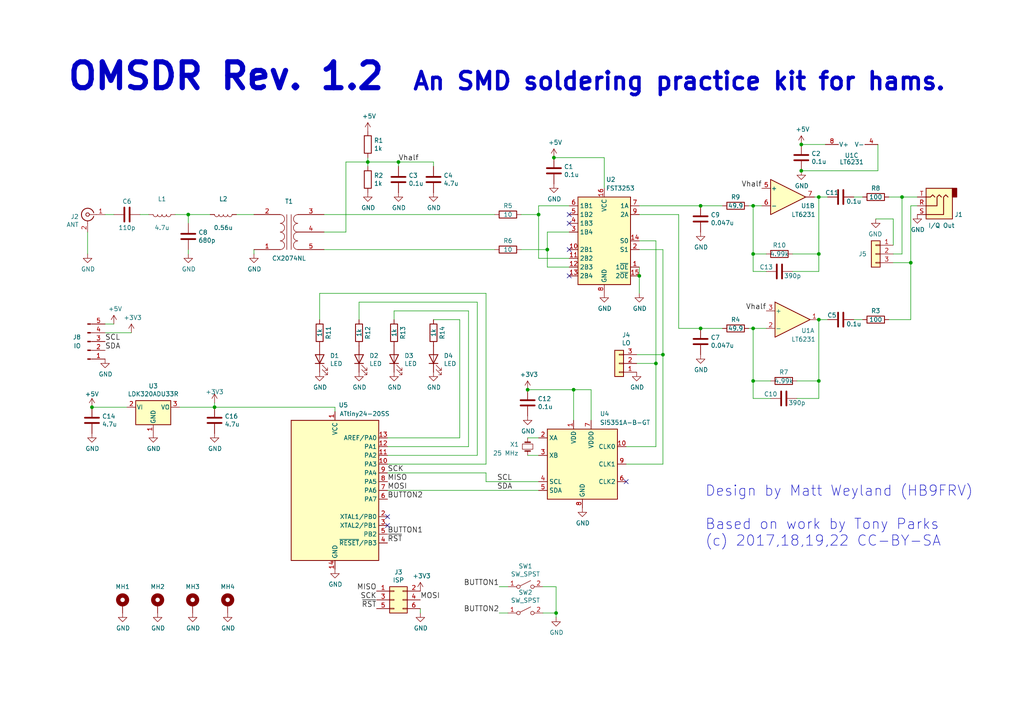
<source format=kicad_sch>
(kicad_sch (version 20211123) (generator eeschema)
  (paper "A4")
  (lib_symbols
    (symbol "Amplifier_Operational:LT6234" (pin_names (offset 0.127))
      (property "Reference" "U" (at 0 5.08 0))
      (property "Value" "LT6234" (at 0 -5.08 0))
      (symbol "LT6234_1_1"
        (polyline (pts (xy -5.08 5.08) (xy 5.08 0) (xy -5.08 -5.08) (xy -5.08 5.08)) (stroke (width 0.254)) (fill (type background)))
        (pin output line (at 7.62 0 180) (length 2.54) (name "~") (number "1"))
        (pin input line (at -7.62 -2.54 0) (length 2.54) (name "-") (number "2"))
        (pin input line (at -7.62 2.54 0) (length 2.54) (name "+") (number "3"))
      )
      (symbol "LT6234_2_1"
        (polyline (pts (xy -5.08 5.08) (xy 5.08 0) (xy -5.08 -5.08) (xy -5.08 5.08)) (stroke (width 0.254)) (fill (type background)))
        (pin input line (at -7.62 2.54 0) (length 2.54) (name "+") (number "5"))
        (pin input line (at -7.62 -2.54 0) (length 2.54) (name "-") (number "6"))
        (pin output line (at 7.62 0 180) (length 2.54) (name "~") (number "7"))
      )
      (symbol "LT6234_3_1"
        (pin power_in line (at -2.54 -7.62 90) (length 3.81) (name "V-") (number "4"))
        (pin power_in line (at -2.54 7.62 270) (length 3.81) (name "V+") (number "8"))
      )
    )
    (symbol "Analog_Switch:SN74CBT3253"
      (property "Reference" "U" (at -7.62 13.97 0))
      (property "Value" "SN74CBT3253" (at -11.43 -13.97 0))
      (symbol "SN74CBT3253_0_1"
        (rectangle (start -7.62 12.7) (end 7.62 -12.7) (stroke (width 0.254)) (fill (type background)))
        (rectangle (start 7.62 -12.7) (end 7.62 -12.7))
      )
      (symbol "SN74CBT3253_1_1"
        (pin input line (at -10.16 -7.62 0) (length 2.54) (name "1~{OE}") (number "1"))
        (pin bidirectional line (at 10.16 -2.54 180) (length 2.54) (name "2B1") (number "10"))
        (pin bidirectional line (at 10.16 -5.08 180) (length 2.54) (name "2B2") (number "11"))
        (pin bidirectional line (at 10.16 -7.62 180) (length 2.54) (name "2B3") (number "12"))
        (pin bidirectional line (at 10.16 -10.16 180) (length 2.54) (name "2B4") (number "13"))
        (pin input line (at -10.16 0 0) (length 2.54) (name "S0") (number "14"))
        (pin input line (at -10.16 -10.16 0) (length 2.54) (name "2~{OE}") (number "15"))
        (pin power_in line (at 0 15.24 270) (length 2.54) (name "VCC") (number "16"))
        (pin input line (at -10.16 -2.54 0) (length 2.54) (name "S1") (number "2"))
        (pin bidirectional line (at 10.16 2.54 180) (length 2.54) (name "1B4") (number "3"))
        (pin bidirectional line (at 10.16 5.08 180) (length 2.54) (name "1B3") (number "4"))
        (pin bidirectional line (at 10.16 7.62 180) (length 2.54) (name "1B2") (number "5"))
        (pin bidirectional line (at 10.16 10.16 180) (length 2.54) (name "1B1") (number "6"))
        (pin bidirectional line (at -10.16 10.16 0) (length 2.54) (name "1A") (number "7"))
        (pin power_in line (at 0 -15.24 90) (length 2.54) (name "GND") (number "8"))
        (pin bidirectional line (at -10.16 7.62 0) (length 2.54) (name "2A") (number "9"))
      )
    )
    (symbol "Connector:AudioJack3"
      (property "Reference" "J" (at 0 8.89 0))
      (property "Value" "AudioJack3" (at 0 6.35 0))
      (symbol "AudioJack3_0_1"
        (rectangle (start -5.08 -5.08) (end -6.35 -2.54) (stroke (width 0.254)) (fill (type outline)))
        (polyline (pts (xy 0 -2.54) (xy 0.635 -3.175) (xy 1.27 -2.54) (xy 2.54 -2.54)) (stroke (width 0.254)))
        (polyline (pts (xy -1.905 -2.54) (xy -1.27 -3.175) (xy -0.635 -2.54) (xy -0.635 0) (xy 2.54 0)) (stroke (width 0.254)))
        (polyline (pts (xy 2.54 2.54) (xy -2.54 2.54) (xy -2.54 -2.54) (xy -3.175 -3.175) (xy -3.81 -2.54)) (stroke (width 0.254)))
        (rectangle (start 2.54 3.81) (end -5.08 -5.08) (stroke (width 0.254)) (fill (type background)))
      )
      (symbol "AudioJack3_1_1"
        (pin passive line (at 5.08 0 180) (length 2.54) (name "~") (number "R"))
        (pin passive line (at 5.08 2.54 180) (length 2.54) (name "~") (number "S"))
        (pin passive line (at 5.08 -2.54 180) (length 2.54) (name "~") (number "T"))
      )
    )
    (symbol "Connector:Conn_01x05_Male" (pin_names (offset 1.016) hide)
      (property "Reference" "J" (at 0 7.62 0))
      (property "Value" "Conn_01x05_Male" (at 0 -7.62 0))
      (symbol "Conn_01x05_Male_1_1"
        (polyline (pts (xy 1.27 -5.08) (xy 0.8636 -5.08)) (stroke (width 0.1524)))
        (polyline (pts (xy 1.27 -2.54) (xy 0.8636 -2.54)) (stroke (width 0.1524)))
        (polyline (pts (xy 1.27 0) (xy 0.8636 0)) (stroke (width 0.1524)))
        (polyline (pts (xy 1.27 2.54) (xy 0.8636 2.54)) (stroke (width 0.1524)))
        (polyline (pts (xy 1.27 5.08) (xy 0.8636 5.08)) (stroke (width 0.1524)))
        (rectangle (start 0.8636 -4.953) (end 0 -5.207) (stroke (width 0.1524)) (fill (type outline)))
        (rectangle (start 0.8636 -2.413) (end 0 -2.667) (stroke (width 0.1524)) (fill (type outline)))
        (rectangle (start 0.8636 0.127) (end 0 -0.127) (stroke (width 0.1524)) (fill (type outline)))
        (rectangle (start 0.8636 2.667) (end 0 2.413) (stroke (width 0.1524)) (fill (type outline)))
        (rectangle (start 0.8636 5.207) (end 0 4.953) (stroke (width 0.1524)) (fill (type outline)))
        (pin passive line (at 5.08 5.08 180) (length 3.81) (name "Pin_1") (number "1"))
        (pin passive line (at 5.08 2.54 180) (length 3.81) (name "Pin_2") (number "2"))
        (pin passive line (at 5.08 0 180) (length 3.81) (name "Pin_3") (number "3"))
        (pin passive line (at 5.08 -2.54 180) (length 3.81) (name "Pin_4") (number "4"))
        (pin passive line (at 5.08 -5.08 180) (length 3.81) (name "Pin_5") (number "5"))
      )
    )
    (symbol "Connector:Conn_Coaxial" (pin_names (offset 1.016) hide)
      (property "Reference" "J" (at 0.254 3.048 0))
      (property "Value" "Conn_Coaxial" (at 2.921 0 90))
      (symbol "Conn_Coaxial_0_1"
        (arc (start -1.778 -0.508) (mid 0.222 -1.808) (end 1.778 0) (stroke (width 0.254)))
        (polyline (pts (xy -2.54 0) (xy -0.508 0)))
        (polyline (pts (xy 0 -2.54) (xy 0 -1.778)))
        (circle (center 0 0) (radius 0.508) (stroke (width 0.2032)))
        (arc (start 1.778 0) (mid 0.222 1.8083) (end -1.778 0.508) (stroke (width 0.254)))
      )
      (symbol "Conn_Coaxial_1_1"
        (pin passive line (at -5.08 0 0) (length 2.54) (name "In") (number "1"))
        (pin passive line (at 0 -5.08 90) (length 2.54) (name "Ext") (number "2"))
      )
    )
    (symbol "Connector_Generic:Conn_01x03" (pin_names (offset 1.016) hide)
      (property "Reference" "J" (at 0 5.08 0))
      (property "Value" "Conn_01x03" (at 0 -5.08 0))
      (symbol "Conn_01x03_1_1"
        (rectangle (start -1.27 -2.413) (end 0 -2.667) (stroke (width 0.1524)))
        (rectangle (start -1.27 0.127) (end 0 -0.127) (stroke (width 0.1524)))
        (rectangle (start -1.27 2.667) (end 0 2.413) (stroke (width 0.1524)))
        (rectangle (start -1.27 3.81) (end 1.27 -3.81) (stroke (width 0.254)) (fill (type background)))
        (pin passive line (at -5.08 2.54 0) (length 3.81) (name "Pin_1") (number "1"))
        (pin passive line (at -5.08 0 0) (length 3.81) (name "Pin_2") (number "2"))
        (pin passive line (at -5.08 -2.54 0) (length 3.81) (name "Pin_3") (number "3"))
      )
    )
    (symbol "Connector_Generic:Conn_02x03_Odd_Even" (pin_names (offset 1.016) hide)
      (property "Reference" "J" (at 1.27 5.08 0))
      (property "Value" "Conn_02x03_Odd_Even" (at 1.27 -5.08 0))
      (symbol "Conn_02x03_Odd_Even_1_1"
        (rectangle (start -1.27 -2.413) (end 0 -2.667) (stroke (width 0.1524)))
        (rectangle (start -1.27 0.127) (end 0 -0.127) (stroke (width 0.1524)))
        (rectangle (start -1.27 2.667) (end 0 2.413) (stroke (width 0.1524)))
        (rectangle (start -1.27 3.81) (end 3.81 -3.81) (stroke (width 0.254)) (fill (type background)))
        (rectangle (start 3.81 -2.413) (end 2.54 -2.667) (stroke (width 0.1524)))
        (rectangle (start 3.81 0.127) (end 2.54 -0.127) (stroke (width 0.1524)))
        (rectangle (start 3.81 2.667) (end 2.54 2.413) (stroke (width 0.1524)))
        (pin passive line (at -5.08 2.54 0) (length 3.81) (name "Pin_1") (number "1"))
        (pin passive line (at 7.62 2.54 180) (length 3.81) (name "Pin_2") (number "2"))
        (pin passive line (at -5.08 0 0) (length 3.81) (name "Pin_3") (number "3"))
        (pin passive line (at 7.62 0 180) (length 3.81) (name "Pin_4") (number "4"))
        (pin passive line (at -5.08 -2.54 0) (length 3.81) (name "Pin_5") (number "5"))
        (pin passive line (at 7.62 -2.54 180) (length 3.81) (name "Pin_6") (number "6"))
      )
    )
    (symbol "Device:C" (pin_numbers hide) (pin_names (offset 0.254))
      (property "Reference" "C" (at 0.635 2.54 0))
      (property "Value" "C" (at 0.635 -2.54 0))
      (symbol "C_0_1"
        (polyline (pts (xy -2.032 -0.762) (xy 2.032 -0.762)) (stroke (width 0.508)))
        (polyline (pts (xy -2.032 0.762) (xy 2.032 0.762)) (stroke (width 0.508)))
      )
      (symbol "C_1_1"
        (pin passive line (at 0 3.81 270) (length 2.794) (name "~") (number "1"))
        (pin passive line (at 0 -3.81 90) (length 2.794) (name "~") (number "2"))
      )
    )
    (symbol "Device:Crystal_Small" (pin_numbers hide) (pin_names (offset 1.016) hide)
      (property "Reference" "Y" (at 0 2.54 0))
      (property "Value" "Crystal_Small" (at 0 -2.54 0))
      (symbol "Crystal_Small_0_1"
        (rectangle (start -0.762 -1.524) (end 0.762 1.524))
        (polyline (pts (xy -1.27 -0.762) (xy -1.27 0.762)) (stroke (width 0.381)))
        (polyline (pts (xy 1.27 -0.762) (xy 1.27 0.762)) (stroke (width 0.381)))
      )
      (symbol "Crystal_Small_1_1"
        (pin passive line (at -2.54 0 0) (length 1.27) (name "1") (number "1"))
        (pin passive line (at 2.54 0 180) (length 1.27) (name "2") (number "2"))
      )
    )
    (symbol "Device:L" (pin_numbers hide) (pin_names (offset 1.016) hide)
      (property "Reference" "L" (at -1.27 0 90))
      (property "Value" "L" (at 1.905 0 90))
      (symbol "L_0_1"
        (arc (start 0 -2.54) (mid 0.635 -1.905) (end 0 -1.27))
        (arc (start 0 -1.27) (mid 0.635 -0.635) (end 0 0))
        (arc (start 0 0) (mid 0.635 0.635) (end 0 1.27))
        (arc (start 0 1.27) (mid 0.635 1.905) (end 0 2.54))
      )
      (symbol "L_1_1"
        (pin passive line (at 0 3.81 270) (length 1.27) (name "1") (number "1"))
        (pin passive line (at 0 -3.81 90) (length 1.27) (name "2") (number "2"))
      )
    )
    (symbol "Device:LED" (pin_numbers hide) (pin_names (offset 1.016) hide)
      (property "Reference" "D" (at 0 2.54 0))
      (property "Value" "LED" (at 0 -2.54 0))
      (symbol "LED_0_1"
        (polyline (pts (xy -1.27 -1.27) (xy -1.27 1.27)) (stroke (width 0.254)))
        (polyline (pts (xy -1.27 0) (xy 1.27 0)))
        (polyline (pts (xy 1.27 -1.27) (xy 1.27 1.27) (xy -1.27 0) (xy 1.27 -1.27)) (stroke (width 0.254)))
        (polyline (pts (xy -3.048 -0.762) (xy -4.572 -2.286) (xy -3.81 -2.286) (xy -4.572 -2.286) (xy -4.572 -1.524)))
        (polyline (pts (xy -1.778 -0.762) (xy -3.302 -2.286) (xy -2.54 -2.286) (xy -3.302 -2.286) (xy -3.302 -1.524)))
      )
      (symbol "LED_1_1"
        (pin passive line (at -3.81 0 0) (length 2.54) (name "K") (number "1"))
        (pin passive line (at 3.81 0 180) (length 2.54) (name "A") (number "2"))
      )
    )
    (symbol "Device:R" (pin_numbers hide) (pin_names (offset 0))
      (property "Reference" "R" (at 2.032 0 90))
      (property "Value" "R" (at 0 0 90))
      (symbol "R_0_1"
        (rectangle (start -1.016 -2.54) (end 1.016 2.54) (stroke (width 0.254)))
      )
      (symbol "R_1_1"
        (pin passive line (at 0 3.81 270) (length 1.27) (name "~") (number "1"))
        (pin passive line (at 0 -3.81 90) (length 1.27) (name "~") (number "2"))
      )
    )
    (symbol "Device:Transformer_1P_SS" (pin_names (offset 1.016) hide)
      (property "Reference" "T" (at 0 6.35 0))
      (property "Value" "Transformer_1P_SS" (at 0 -7.62 0))
      (symbol "Transformer_1P_SS_0_1"
        (arc (start -2.54 -5.0546) (mid -1.6561 -4.6863) (end -1.27 -3.81))
        (arc (start -2.54 -2.5146) (mid -1.6561 -2.1463) (end -1.27 -1.27))
        (arc (start -2.54 0.0254) (mid -1.6561 0.3937) (end -1.27 1.27))
        (arc (start -2.54 2.5654) (mid -1.6561 2.9337) (end -1.27 3.81))
        (arc (start -1.27 -3.81) (mid -1.642 -2.912) (end -2.54 -2.54))
        (arc (start -1.27 -1.27) (mid -1.642 -0.372) (end -2.54 0))
        (arc (start -1.27 1.27) (mid -1.642 2.168) (end -2.54 2.54))
        (arc (start -1.27 3.81) (mid -1.642 4.708) (end -2.54 5.08))
        (polyline (pts (xy -0.635 5.08) (xy -0.635 -5.08)))
        (polyline (pts (xy 0.635 -5.08) (xy 0.635 5.08)))
        (arc (start 1.2954 -1.27) (mid 1.6599 -2.1501) (end 2.54 -2.5146))
        (arc (start 1.2954 1.27) (mid 1.6599 0.3899) (end 2.54 0.0254))
        (arc (start 1.2954 3.81) (mid 1.6599 2.9299) (end 2.54 2.5654))
        (arc (start 1.3208 -3.81) (mid 1.6853 -4.6901) (end 2.5654 -5.0546))
        (arc (start 2.54 0) (mid 1.6456 -0.3683) (end 1.2954 -1.27))
        (arc (start 2.54 2.54) (mid 1.6456 2.1717) (end 1.2954 1.27))
        (arc (start 2.54 5.08) (mid 1.6456 4.7117) (end 1.2954 3.81))
        (arc (start 2.5654 -2.54) (mid 1.671 -2.9083) (end 1.3208 -3.81))
      )
      (symbol "Transformer_1P_SS_1_1"
        (pin passive line (at -10.16 5.08 0) (length 7.62) (name "AA") (number "1"))
        (pin passive line (at -10.16 -5.08 0) (length 7.62) (name "AB") (number "2"))
        (pin passive line (at 10.16 -5.08 180) (length 7.62) (name "SA") (number "3"))
        (pin passive line (at 10.16 0 180) (length 7.62) (name "SC") (number "4"))
        (pin passive line (at 10.16 5.08 180) (length 7.62) (name "SB") (number "5"))
      )
    )
    (symbol "MCU_Microchip_ATtiny:ATtiny24-20SS"
      (property "Reference" "U" (at -12.7 21.59 0))
      (property "Value" "ATtiny24-20SS" (at 2.54 -21.59 0))
      (symbol "ATtiny24-20SS_0_1"
        (rectangle (start -12.7 -20.32) (end 12.7 20.32) (stroke (width 0.254)) (fill (type background)))
      )
      (symbol "ATtiny24-20SS_1_1"
        (pin power_in line (at 0 22.86 270) (length 2.54) (name "VCC") (number "1"))
        (pin bidirectional line (at 15.24 7.62 180) (length 2.54) (name "PA3") (number "10"))
        (pin bidirectional line (at 15.24 10.16 180) (length 2.54) (name "PA2") (number "11"))
        (pin bidirectional line (at 15.24 12.7 180) (length 2.54) (name "PA1") (number "12"))
        (pin bidirectional line (at 15.24 15.24 180) (length 2.54) (name "AREF/PA0") (number "13"))
        (pin power_in line (at 0 -22.86 90) (length 2.54) (name "GND") (number "14"))
        (pin bidirectional line (at 15.24 -7.62 180) (length 2.54) (name "XTAL1/PB0") (number "2"))
        (pin bidirectional line (at 15.24 -10.16 180) (length 2.54) (name "XTAL2/PB1") (number "3"))
        (pin bidirectional line (at 15.24 -15.24 180) (length 2.54) (name "~{RESET}/PB3") (number "4"))
        (pin bidirectional line (at 15.24 -12.7 180) (length 2.54) (name "PB2") (number "5"))
        (pin bidirectional line (at 15.24 -2.54 180) (length 2.54) (name "PA7") (number "6"))
        (pin bidirectional line (at 15.24 0 180) (length 2.54) (name "PA6") (number "7"))
        (pin bidirectional line (at 15.24 2.54 180) (length 2.54) (name "PA5") (number "8"))
        (pin bidirectional line (at 15.24 5.08 180) (length 2.54) (name "PA4") (number "9"))
      )
    )
    (symbol "Mechanical:MountingHole_Pad" (pin_numbers hide) (pin_names (offset 1.016) hide)
      (property "Reference" "H" (at 0 6.35 0))
      (property "Value" "MountingHole_Pad" (at 0 4.445 0))
      (symbol "MountingHole_Pad_0_1"
        (circle (center 0 1.27) (radius 1.27) (stroke (width 1.27)))
      )
      (symbol "MountingHole_Pad_1_1"
        (pin input line (at 0 -2.54 90) (length 2.54) (name "1") (number "1"))
      )
    )
    (symbol "Oscillator:Si5351A-B-GT"
      (property "Reference" "U" (at -8.89 11.43 0))
      (property "Value" "Si5351A-B-GT" (at -12.7 -12.7 0))
      (symbol "Si5351A-B-GT_0_1"
        (rectangle (start -10.16 10.16) (end 10.16 -10.16) (stroke (width 0.254)) (fill (type background)))
      )
      (symbol "Si5351A-B-GT_1_1"
        (pin power_in line (at -2.54 12.7 270) (length 2.54) (name "VDD") (number "1"))
        (pin output line (at 12.7 5.08 180) (length 2.54) (name "CLK0") (number "10"))
        (pin input line (at -12.7 7.62 0) (length 2.54) (name "XA") (number "2"))
        (pin input line (at -12.7 2.54 0) (length 2.54) (name "XB") (number "3"))
        (pin input line (at -12.7 -5.08 0) (length 2.54) (name "SCL") (number "4"))
        (pin bidirectional line (at -12.7 -7.62 0) (length 2.54) (name "SDA") (number "5"))
        (pin output line (at 12.7 -5.08 180) (length 2.54) (name "CLK2") (number "6"))
        (pin power_in line (at 2.54 12.7 270) (length 2.54) (name "VDDO") (number "7"))
        (pin power_in line (at 0 -12.7 90) (length 2.54) (name "GND") (number "8"))
        (pin output line (at 12.7 0 180) (length 2.54) (name "CLK1") (number "9"))
      )
    )
    (symbol "Regulator_Linear:MCP1703A-3302_SOT89" (pin_names (offset 0.254))
      (property "Reference" "U" (at -3.81 3.175 0))
      (property "Value" "MCP1703A-3302_SOT89" (at 0 3.175 0))
      (symbol "MCP1703A-3302_SOT89_0_1"
        (rectangle (start -5.08 -5.08) (end 5.08 1.905) (stroke (width 0.254)) (fill (type background)))
      )
      (symbol "MCP1703A-3302_SOT89_1_1"
        (pin power_in line (at 0 -7.62 90) (length 2.54) (name "GND") (number "1"))
        (pin power_in line (at -7.62 0 0) (length 2.54) (name "VI") (number "2"))
        (pin power_out line (at 7.62 0 180) (length 2.54) (name "VO") (number "3"))
      )
    )
    (symbol "Switch:SW_SPST" (pin_names (offset 0) hide)
      (property "Reference" "SW" (at 0 3.175 0))
      (property "Value" "SW_SPST" (at 0 -2.54 0))
      (symbol "SW_SPST_0_0"
        (circle (center -2.032 0) (radius 0.508))
        (polyline (pts (xy -1.524 0.254) (xy 1.524 1.778)))
        (circle (center 2.032 0) (radius 0.508))
      )
      (symbol "SW_SPST_1_1"
        (pin passive line (at -5.08 0 0) (length 2.54) (name "A") (number "1"))
        (pin passive line (at 5.08 0 180) (length 2.54) (name "B") (number "2"))
      )
    )
    (symbol "power:+3V3" (power) (pin_names (offset 0))
      (property "Value" "+3V3" (at 0 3.556 0))
      (symbol "+3V3_0_1"
        (polyline (pts (xy -0.762 1.27) (xy 0 2.54)))
        (polyline (pts (xy 0 0) (xy 0 2.54)))
        (polyline (pts (xy 0 2.54) (xy 0.762 1.27)))
      )
      (symbol "+3V3_1_1"
        (pin power_in line (at 0 0 90) (length 0) hide (name "+3V3") (number "1"))
      )
    )
    (symbol "power:+5V" (power) (pin_names (offset 0))
      (property "Value" "+5V" (at 0 3.556 0))
      (symbol "+5V_0_1"
        (polyline (pts (xy -0.762 1.27) (xy 0 2.54)))
        (polyline (pts (xy 0 0) (xy 0 2.54)))
        (polyline (pts (xy 0 2.54) (xy 0.762 1.27)))
      )
      (symbol "+5V_1_1"
        (pin power_in line (at 0 0 90) (length 0) hide (name "+5V") (number "1"))
      )
    )
    (symbol "power:GND" (power) (pin_names (offset 0))
      (property "Value" "GND" (at 0 -3.81 0))
      (symbol "GND_0_1"
        (polyline (pts (xy 0 0) (xy 0 -1.27) (xy 1.27 -1.27) (xy 0 -2.54) (xy -1.27 -1.27) (xy 0 -1.27)))
      )
      (symbol "GND_1_1"
        (pin power_in line (at 0 0 270) (length 0) hide (name "GND") (number "1"))
      )
    )
  )
  (junction (at 232.41 49.53))
  (junction (at 232.41 41.91))
  (junction (at 190.246 105.41))
  (junction (at 166.37 113.03))
  (junction (at 156.21 62.23))
  (junction (at 26.67 118.11))
  (junction (at 218.44 95.25))
  (junction (at 218.44 110.49))
  (junction (at 237.49 57.15))
  (junction (at 54.61 62.23))
  (junction (at 161.29 177.8))
  (junction (at 115.57 46.99))
  (junction (at 203.2 59.69))
  (junction (at 261.62 57.15))
  (junction (at 218.44 73.66))
  (junction (at 192.278 102.87))
  (junction (at 237.49 73.66))
  (junction (at 218.44 59.69))
  (junction (at 185.42 80.01))
  (junction (at 160.655 45.72))
  (junction (at 237.49 110.49))
  (junction (at 106.68 46.99))
  (junction (at 153.035 113.03))
  (junction (at 237.49 92.71))
  (junction (at 158.75 72.39))
  (junction (at 62.23 118.11))
  (junction (at 264.16 76.2))
  (junction (at 203.2 95.25))
  (no_connect (at 165.1 64.77))
  (no_connect (at 112.395 149.86))
  (no_connect (at 165.1 62.23))
  (no_connect (at 165.1 72.39))
  (no_connect (at 181.61 139.7))
  (no_connect (at 112.395 152.4))
  (no_connect (at 165.1 80.01))
  (wire (pts (xy 261.62 57.15) (xy 266.065 57.15)))
  (wire (pts (xy 203.2 95.25) (xy 209.55 95.25)))
  (wire (pts (xy 26.67 118.11) (xy 36.83 118.11)))
  (wire (pts (xy 60.96 62.23) (xy 54.61 62.23)))
  (wire (pts (xy 158.75 67.31) (xy 158.75 72.39)))
  (wire (pts (xy 158.75 72.39) (xy 158.75 77.47)))
  (wire (pts (xy 73.66 73.66) (xy 73.66 72.39)))
  (wire (pts (xy 153.035 113.03) (xy 166.37 113.03)))
  (wire (pts (xy 218.44 95.25) (xy 222.25 95.25)))
  (wire (pts (xy 158.75 77.47) (xy 165.1 77.47)))
  (wire (pts (xy 185.42 77.47) (xy 185.42 80.01)))
  (wire (pts (xy 237.49 92.71) (xy 237.49 110.49)))
  (wire (pts (xy 237.49 73.66) (xy 237.49 78.74)))
  (wire (pts (xy 133.35 92.71) (xy 125.73 92.71)))
  (wire (pts (xy 135.89 90.17) (xy 114.3 90.17)))
  (wire (pts (xy 156.21 74.93) (xy 165.1 74.93)))
  (wire (pts (xy 106.68 45.72) (xy 106.68 46.99)))
  (wire (pts (xy 240.03 92.71) (xy 237.49 92.71)))
  (wire (pts (xy 259.08 76.2) (xy 264.16 76.2)))
  (wire (pts (xy 50.8 62.23) (xy 54.61 62.23)))
  (wire (pts (xy 218.44 110.49) (xy 218.44 115.57)))
  (wire (pts (xy 157.48 177.8) (xy 161.29 177.8)))
  (wire (pts (xy 254.635 49.53) (xy 254.635 41.91)))
  (wire (pts (xy 54.61 72.39) (xy 54.61 73.66)))
  (wire (pts (xy 196.85 62.23) (xy 196.85 95.25)))
  (wire (pts (xy 153.035 132.08) (xy 156.21 132.08)))
  (wire (pts (xy 237.49 57.15) (xy 240.03 57.15)))
  (wire (pts (xy 218.44 78.74) (xy 222.25 78.74)))
  (wire (pts (xy 100.33 46.99) (xy 106.68 46.99)))
  (wire (pts (xy 250.19 92.71) (xy 247.65 92.71)))
  (wire (pts (xy 156.21 59.69) (xy 165.1 59.69)))
  (wire (pts (xy 106.68 46.99) (xy 115.57 46.99)))
  (wire (pts (xy 203.2 59.69) (xy 209.55 59.69)))
  (wire (pts (xy 218.44 95.25) (xy 218.44 110.49)))
  (wire (pts (xy 217.17 95.25) (xy 218.44 95.25)))
  (wire (pts (xy 261.62 73.66) (xy 261.62 57.15)))
  (wire (pts (xy 112.395 137.16) (xy 140.97 137.16)))
  (wire (pts (xy 185.42 62.23) (xy 196.85 62.23)))
  (wire (pts (xy 62.23 118.11) (xy 62.23 116.84)))
  (wire (pts (xy 114.3 90.17) (xy 114.3 92.71)))
  (wire (pts (xy 115.57 46.99) (xy 115.57 48.26)))
  (wire (pts (xy 38.1 96.52) (xy 30.48 96.52)))
  (wire (pts (xy 166.37 113.03) (xy 171.45 113.03)))
  (wire (pts (xy 52.07 118.11) (xy 62.23 118.11)))
  (wire (pts (xy 192.278 134.62) (xy 181.61 134.62)))
  (wire (pts (xy 140.97 137.16) (xy 140.97 139.7)))
  (wire (pts (xy 218.44 59.69) (xy 220.98 59.69)))
  (wire (pts (xy 30.48 62.23) (xy 33.02 62.23)))
  (wire (pts (xy 100.33 67.31) (xy 100.33 46.99)))
  (wire (pts (xy 190.246 105.41) (xy 190.246 129.54)))
  (wire (pts (xy 93.98 67.31) (xy 100.33 67.31)))
  (wire (pts (xy 175.26 45.72) (xy 175.26 54.61)))
  (wire (pts (xy 259.08 73.66) (xy 261.62 73.66)))
  (wire (pts (xy 156.21 62.23) (xy 156.21 74.93)))
  (wire (pts (xy 232.41 41.91) (xy 239.395 41.91)))
  (wire (pts (xy 264.16 76.2) (xy 264.16 92.71)))
  (wire (pts (xy 157.48 170.18) (xy 161.29 170.18)))
  (wire (pts (xy 185.42 80.01) (xy 185.42 85.09)))
  (wire (pts (xy 140.97 134.62) (xy 112.395 134.62)))
  (wire (pts (xy 147.32 170.18) (xy 144.78 170.18)))
  (wire (pts (xy 190.246 69.85) (xy 185.42 69.85)))
  (wire (pts (xy 196.85 95.25) (xy 203.2 95.25)))
  (wire (pts (xy 33.02 93.98) (xy 30.48 93.98)))
  (wire (pts (xy 138.43 87.63) (xy 104.14 87.63)))
  (wire (pts (xy 104.14 87.63) (xy 104.14 92.71)))
  (wire (pts (xy 93.98 72.39) (xy 143.51 72.39)))
  (wire (pts (xy 236.22 57.15) (xy 237.49 57.15)))
  (wire (pts (xy 223.52 110.49) (xy 218.44 110.49)))
  (wire (pts (xy 218.44 59.69) (xy 218.44 73.66)))
  (wire (pts (xy 237.49 110.49) (xy 237.49 115.57)))
  (wire (pts (xy 237.49 115.57) (xy 231.14 115.57)))
  (wire (pts (xy 254 63.5) (xy 259.08 63.5)))
  (wire (pts (xy 93.98 62.23) (xy 143.51 62.23)))
  (wire (pts (xy 112.395 142.24) (xy 156.21 142.24)))
  (wire (pts (xy 184.658 102.87) (xy 192.278 102.87)))
  (wire (pts (xy 247.65 57.15) (xy 250.19 57.15)))
  (wire (pts (xy 161.29 170.18) (xy 161.29 177.8)))
  (wire (pts (xy 161.29 177.8) (xy 161.29 179.07)))
  (wire (pts (xy 190.246 69.85) (xy 190.246 105.41)))
  (wire (pts (xy 158.75 67.31) (xy 165.1 67.31)))
  (wire (pts (xy 218.44 115.57) (xy 223.52 115.57)))
  (wire (pts (xy 264.16 59.69) (xy 264.16 76.2)))
  (wire (pts (xy 135.89 129.54) (xy 112.395 129.54)))
  (wire (pts (xy 185.42 59.69) (xy 203.2 59.69)))
  (wire (pts (xy 138.43 132.08) (xy 112.395 132.08)))
  (wire (pts (xy 62.23 118.11) (xy 97.155 118.11)))
  (wire (pts (xy 138.43 87.63) (xy 138.43 132.08)))
  (wire (pts (xy 156.21 59.69) (xy 156.21 62.23)))
  (wire (pts (xy 222.25 73.66) (xy 218.44 73.66)))
  (wire (pts (xy 264.16 59.69) (xy 266.065 59.69)))
  (wire (pts (xy 237.49 110.49) (xy 231.14 110.49)))
  (wire (pts (xy 43.18 62.23) (xy 40.64 62.23)))
  (wire (pts (xy 92.71 85.09) (xy 140.97 85.09)))
  (wire (pts (xy 54.61 62.23) (xy 54.61 64.77)))
  (wire (pts (xy 133.35 92.71) (xy 133.35 127)))
  (wire (pts (xy 185.42 72.39) (xy 192.278 72.39)))
  (wire (pts (xy 97.155 118.11) (xy 97.155 119.38)))
  (wire (pts (xy 140.97 85.09) (xy 140.97 134.62)))
  (wire (pts (xy 151.13 62.23) (xy 156.21 62.23)))
  (wire (pts (xy 25.4 67.31) (xy 25.4 73.66)))
  (wire (pts (xy 192.278 72.39) (xy 192.278 102.87)))
  (wire (pts (xy 257.81 92.71) (xy 264.16 92.71)))
  (wire (pts (xy 190.246 129.54) (xy 181.61 129.54)))
  (wire (pts (xy 166.37 113.03) (xy 166.37 121.92)))
  (wire (pts (xy 259.08 63.5) (xy 259.08 71.12)))
  (wire (pts (xy 92.71 92.71) (xy 92.71 85.09)))
  (wire (pts (xy 257.81 57.15) (xy 261.62 57.15)))
  (wire (pts (xy 106.68 46.99) (xy 106.68 48.26)))
  (wire (pts (xy 151.13 72.39) (xy 158.75 72.39)))
  (wire (pts (xy 232.41 49.53) (xy 254.635 49.53)))
  (wire (pts (xy 140.97 139.7) (xy 156.21 139.7)))
  (wire (pts (xy 217.17 59.69) (xy 218.44 59.69)))
  (wire (pts (xy 184.658 105.41) (xy 190.246 105.41)))
  (wire (pts (xy 153.035 127) (xy 156.21 127)))
  (wire (pts (xy 147.32 177.8) (xy 144.78 177.8)))
  (wire (pts (xy 125.73 46.99) (xy 125.73 48.26)))
  (wire (pts (xy 218.44 73.66) (xy 218.44 78.74)))
  (wire (pts (xy 229.87 73.66) (xy 237.49 73.66)))
  (wire (pts (xy 121.92 176.53) (xy 121.92 177.8)))
  (wire (pts (xy 192.278 102.87) (xy 192.278 134.62)))
  (wire (pts (xy 73.66 62.23) (xy 68.58 62.23)))
  (wire (pts (xy 135.89 90.17) (xy 135.89 129.54)))
  (wire (pts (xy 160.655 45.72) (xy 175.26 45.72)))
  (wire (pts (xy 133.35 127) (xy 112.395 127)))
  (wire (pts (xy 237.49 78.74) (xy 229.87 78.74)))
  (wire (pts (xy 115.57 46.99) (xy 125.73 46.99)))
  (wire (pts (xy 171.45 113.03) (xy 171.45 121.92)))
  (wire (pts (xy 237.49 57.15) (xy 237.49 73.66)))
  (text "An SMD soldering practice kit for hams." (at 119.38 26.67 0) (effects (font (size 5.0038 5.0038) (thickness 1.0008) bold) (justify left bottom)))
  (text "Design by Matt Weyland (HB9FRV)\n\nBased on work by Tony Parks\n(c) 2017,18,19,22 CC-BY-SA" (at 204.47 158.75 0) (effects (font (size 2.9972 2.9972)) (justify left bottom)))
  (text "OMSDR Rev. 1.2" (at 19.05 26.67 0) (effects (font (size 7.493 7.493) (thickness 1.4986) bold) (justify left bottom)))
  (label "~{RST}" (at 109.22 176.53 180) (effects (font (size 1.524 1.524))))
  (label "MOSI" (at 121.92 173.99 0) (effects (font (size 1.524 1.524))))
  (label "MISO" (at 112.395 139.7 0) (effects (font (size 1.524 1.524))))
  (label "SCL" (at 144.145 139.7 0) (effects (font (size 1.524 1.524))))
  (label "Vhalf" (at 222.25 90.17 180) (effects (font (size 1.524 1.524))))
  (label "SCK" (at 109.22 173.99 180) (effects (font (size 1.524 1.524))))
  (label "Vhalf" (at 115.57 46.99 0) (effects (font (size 1.524 1.524))))
  (label "BUTTON1" (at 144.78 170.18 180) (effects (font (size 1.524 1.524))))
  (label "BUTTON2" (at 144.78 177.8 180) (effects (font (size 1.524 1.524))))
  (label "MOSI" (at 112.395 142.24 0) (effects (font (size 1.524 1.524))))
  (label "MISO" (at 109.22 171.45 180) (effects (font (size 1.524 1.524))))
  (label "SDA" (at 30.48 101.6 0) (effects (font (size 1.524 1.524))))
  (label "~{RST}" (at 112.395 157.48 0) (effects (font (size 1.524 1.524))))
  (label "Vhalf" (at 220.98 54.61 180) (effects (font (size 1.524 1.524))))
  (label "SCK" (at 112.395 137.16 0) (effects (font (size 1.524 1.524))))
  (label "BUTTON2" (at 112.395 144.78 0) (effects (font (size 1.524 1.524))))
  (label "SCL" (at 30.48 99.06 0) (effects (font (size 1.524 1.524))))
  (label "BUTTON1" (at 112.395 154.94 0) (effects (font (size 1.524 1.524))))
  (label "SDA" (at 144.145 142.24 0) (effects (font (size 1.524 1.524))))
  (symbol (lib_id "Connector:Conn_Coaxial") (at 25.4 62.23 0) (mirror y) (unit 1)
    (property "Reference" "J2" (at 22.86 62.8396 0) (effects (justify left)))
    (property "Value" "ANT" (at 22.86 65.151 0) (effects (justify left)))
    (property "Footprint" "Connector_Coaxial:SMA_Samtec_SMA-J-P-X-ST-EM1_EdgeMount" (effects hide))
    (property "BOM" "DIST DIGIKEY CON-SMA-EDGE-S-ND " (effects hide))
  )
  (symbol (lib_id "Device:C") (at 36.83 62.23 270) (unit 1)
    (property "Reference" "C6" (at 36.83 58.42 90))
    (property "Value" "110p" (at 36.83 66.04 90))
    (property "Footprint" "Capacitor_SMD:C_1206_3216Metric_Pad1.33x1.80mm_HandSolder" (effects hide))
    (property "BOM" "CAP MLCC 110p ±5% NP0 [1206]" (effects hide))
  )
  (symbol (lib_id "Device:C") (at 54.61 68.58 0) (unit 1)
    (property "Reference" "C8" (at 57.531 67.4116 0) (effects (justify left)))
    (property "Value" "680p" (at 57.531 69.723 0) (effects (justify left)))
    (property "Footprint" "Capacitor_SMD:C_1206_3216Metric_Pad1.33x1.80mm_HandSolder" (effects hide))
    (property "BOM" "CAP MLCC 680p  ±5% NP0 [1206]" (effects hide))
  )
  (symbol (lib_id "Device:L") (at 46.99 62.23 270) (unit 1)
    (property "Reference" "L1" (at 46.99 57.7088 90))
    (property "Value" "4.7u" (at 46.99 66.04 90))
    (property "Footprint" "Inductor_SMD:L_1206_3216Metric_Pad1.42x1.75mm_HandSolder" (effects hide))
    (property "BOM" "DIST DIGIKEY  587-2034-1-ND" (effects hide))
  )
  (symbol (lib_id "power:GND") (at 25.4 73.66 0) (unit 1)
    (property "Reference" "#PWR01" (effects hide))
    (property "Value" "GND" (at 25.527 78.0542 0))
  )
  (symbol (lib_id "power:GND") (at 54.61 73.66 0) (unit 1)
    (property "Reference" "#PWR02" (effects hide))
    (property "Value" "GND" (at 54.737 78.0542 0))
  )
  (symbol (lib_id "power:GND") (at 73.66 73.66 0) (unit 1)
    (property "Reference" "#PWR03" (effects hide))
    (property "Value" "GND" (at 73.787 78.0542 0))
  )
  (symbol (lib_id "Device:Transformer_1P_SS") (at 83.82 67.31 0) (mirror x) (unit 1)
    (property "Reference" "T1" (at 83.82 58.42 0))
    (property "Value" "CX2074NL" (at 83.82 74.93 0))
    (property "Footprint" "local:CX2074" (effects hide))
    (property "BOM" "DIST DIGIKEY  553-1655-ND" (effects hide))
  )
  (symbol (lib_id "Device:R") (at 106.68 41.91 0) (unit 1)
    (property "Reference" "R1" (at 108.458 40.7416 0) (effects (justify left)))
    (property "Value" "1k" (at 108.458 43.053 0) (effects (justify left)))
    (property "Footprint" "Resistor_SMD:R_1206_3216Metric_Pad1.30x1.75mm_HandSolder" (effects hide))
    (property "BOM" "RES SMD 1k 1% [1206]" (effects hide))
  )
  (symbol (lib_id "Device:R") (at 106.68 52.07 0) (unit 1)
    (property "Reference" "R2" (at 108.458 50.9016 0) (effects (justify left)))
    (property "Value" "1k" (at 108.458 53.213 0) (effects (justify left)))
    (property "Footprint" "Resistor_SMD:R_1206_3216Metric_Pad1.30x1.75mm_HandSolder" (effects hide))
    (property "BOM" "RES SMD 1k 1% [1206]" (effects hide))
  )
  (symbol (lib_id "power:GND") (at 106.68 55.88 0) (unit 1)
    (property "Reference" "#PWR04" (effects hide))
    (property "Value" "GND" (at 106.807 60.2742 0))
  )
  (symbol (lib_id "power:+5V") (at 106.68 38.1 0) (unit 1)
    (property "Reference" "#PWR05" (effects hide))
    (property "Value" "+5V" (at 107.061 33.7058 0))
  )
  (symbol (lib_id "Device:C") (at 115.57 52.07 0) (unit 1)
    (property "Reference" "C3" (at 118.491 50.9016 0) (effects (justify left)))
    (property "Value" "0.1u" (at 118.491 53.213 0) (effects (justify left)))
    (property "Footprint" "Capacitor_SMD:C_1206_3216Metric_Pad1.33x1.80mm_HandSolder" (effects hide))
    (property "BOM" "CAP MLCC 0.1u  ±10% ≥X7R [1206]" (effects hide))
  )
  (symbol (lib_id "power:GND") (at 115.57 55.88 0) (unit 1)
    (property "Reference" "#PWR06" (effects hide))
    (property "Value" "GND" (at 115.697 60.2742 0))
  )
  (symbol (lib_id "Device:C") (at 125.73 52.07 0) (unit 1)
    (property "Reference" "C4" (at 128.651 50.9016 0) (effects (justify left)))
    (property "Value" "4.7u" (at 128.651 53.213 0) (effects (justify left)))
    (property "Footprint" "Capacitor_SMD:C_1206_3216Metric_Pad1.33x1.80mm_HandSolder" (effects hide))
    (property "BOM" "CAP MLCC 4.7u ±20% 10V [1206]" (effects hide))
  )
  (symbol (lib_id "power:GND") (at 125.73 55.88 0) (unit 1)
    (property "Reference" "#PWR07" (effects hide))
    (property "Value" "GND" (at 125.857 60.2742 0))
  )
  (symbol (lib_id "Device:R") (at 147.32 62.23 270) (unit 1)
    (property "Reference" "R5" (at 147.32 59.69 90))
    (property "Value" "10" (at 147.32 62.23 90))
    (property "Footprint" "Resistor_SMD:R_1206_3216Metric_Pad1.30x1.75mm_HandSolder" (effects hide))
    (property "BOM" "RES SMD 10 1% [1206]" (effects hide))
  )
  (symbol (lib_id "Device:R") (at 147.32 72.39 270) (unit 1)
    (property "Reference" "R6" (at 147.32 69.85 90))
    (property "Value" "10" (at 147.32 72.39 90))
    (property "Footprint" "Resistor_SMD:R_1206_3216Metric_Pad1.30x1.75mm_HandSolder" (effects hide))
    (property "BOM" "RES SMD 10 1% [1206]" (effects hide))
  )
  (symbol (lib_id "Device:C") (at 160.655 49.53 0) (unit 1)
    (property "Reference" "C1" (at 163.576 48.3616 0) (effects (justify left)))
    (property "Value" "0.1u" (at 163.576 50.673 0) (effects (justify left)))
    (property "Footprint" "Capacitor_SMD:C_1206_3216Metric_Pad1.33x1.80mm_HandSolder" (effects hide))
    (property "BOM" "CAP MLCC 0.1u  ±10% ≥X7R [1206]" (effects hide))
  )
  (symbol (lib_id "power:GND") (at 160.655 53.34 0) (unit 1)
    (property "Reference" "#PWR08" (effects hide))
    (property "Value" "GND" (at 160.782 57.7342 0))
  )
  (symbol (lib_id "power:GND") (at 185.42 85.09 0) (unit 1)
    (property "Reference" "#PWR011" (effects hide))
    (property "Value" "GND" (at 185.547 89.4842 0))
  )
  (symbol (lib_id "Device:R") (at 213.36 95.25 270) (unit 1)
    (property "Reference" "R4" (at 213.36 92.71 90))
    (property "Value" "49.9" (at 213.36 95.25 90))
    (property "Footprint" "Resistor_SMD:R_1206_3216Metric_Pad1.30x1.75mm_HandSolder" (effects hide))
    (property "BOM" "RES SMD 49.9 1% [1206]" (effects hide))
  )
  (symbol (lib_id "Device:R") (at 213.36 59.69 270) (unit 1)
    (property "Reference" "R9" (at 213.36 57.15 90))
    (property "Value" "49.9" (at 213.36 59.69 90))
    (property "Footprint" "Resistor_SMD:R_1206_3216Metric_Pad1.30x1.75mm_HandSolder" (effects hide))
    (property "BOM" "RES SMD 49.9 1% [1206]" (effects hide))
  )
  (symbol (lib_id "Device:C") (at 232.41 45.72 0) (unit 1)
    (property "Reference" "C2" (at 235.331 44.5516 0) (effects (justify left)))
    (property "Value" "0.1u" (at 235.331 46.863 0) (effects (justify left)))
    (property "Footprint" "Capacitor_SMD:C_1206_3216Metric_Pad1.33x1.80mm_HandSolder" (effects hide))
    (property "BOM" "CAP MLCC 0.1u  ±10% ≥X7R [1206]" (effects hide))
  )
  (symbol (lib_id "power:GND") (at 232.41 49.53 0) (unit 1)
    (property "Reference" "#PWR012" (effects hide))
    (property "Value" "GND" (at 232.537 53.9242 0))
  )
  (symbol (lib_id "power:+5V") (at 232.41 41.91 0) (unit 1)
    (property "Reference" "#PWR013" (effects hide))
    (property "Value" "+5V" (at 232.791 37.5158 0))
  )
  (symbol (lib_id "power:GND") (at 175.26 85.09 0) (unit 1)
    (property "Reference" "#PWR015" (effects hide))
    (property "Value" "GND" (at 175.387 89.4842 0))
  )
  (symbol (lib_id "Device:R") (at 227.33 110.49 270) (unit 1)
    (property "Reference" "R7" (at 227.33 107.95 90))
    (property "Value" "4.99k" (at 227.33 110.49 90))
    (property "Footprint" "Resistor_SMD:R_1206_3216Metric_Pad1.30x1.75mm_HandSolder" (effects hide))
    (property "BOM" "RES SMD 4.99k 1% [1206]" (effects hide))
  )
  (symbol (lib_id "Device:C") (at 227.33 115.57 90) (unit 1)
    (property "Reference" "C10" (at 223.52 114.3 90))
    (property "Value" "390p" (at 231.14 116.84 90))
    (property "Footprint" "Capacitor_SMD:C_1206_3216Metric_Pad1.33x1.80mm_HandSolder" (effects hide))
    (property "BOM" "CAP MLCC 390p  ±5% NP0 [1206]" (effects hide))
  )
  (symbol (lib_id "Device:R") (at 226.06 73.66 270) (unit 1)
    (property "Reference" "R10" (at 226.06 71.12 90))
    (property "Value" "4.99k" (at 226.06 73.66 90))
    (property "Footprint" "Resistor_SMD:R_1206_3216Metric_Pad1.30x1.75mm_HandSolder" (effects hide))
    (property "BOM" "RES SMD 4.99k 1% [1206]" (effects hide))
  )
  (symbol (lib_id "Device:C") (at 226.06 78.74 90) (unit 1)
    (property "Reference" "C13" (at 222.25 77.47 90))
    (property "Value" "390p" (at 229.87 80.01 90))
    (property "Footprint" "Capacitor_SMD:C_1206_3216Metric_Pad1.33x1.80mm_HandSolder" (effects hide))
    (property "BOM" "CAP MLCC 390p  ±5% NP0 [1206]" (effects hide))
  )
  (symbol (lib_id "power:GND") (at 266.065 62.23 0) (unit 1)
    (property "Reference" "#PWR016" (effects hide))
    (property "Value" "GND" (at 266.192 66.6242 0))
  )
  (symbol (lib_id "Device:Crystal_Small") (at 153.035 129.54 90) (mirror x) (unit 1)
    (property "Reference" "X1" (at 149.225 128.905 90))
    (property "Value" "25 MHz" (at 146.685 131.445 90))
    (property "Footprint" "Crystals:Crystal_SMD_HC49-SD" (effects hide))
    (property "BOM" "DIST DIGIKEY  535-10235-1-ND" (effects hide))
  )
  (symbol (lib_id "Device:C") (at 153.035 116.84 0) (unit 1)
    (property "Reference" "C12" (at 155.956 115.6716 0) (effects (justify left)))
    (property "Value" "0.1u" (at 155.956 117.983 0) (effects (justify left)))
    (property "Footprint" "Capacitor_SMD:C_1206_3216Metric_Pad1.33x1.80mm_HandSolder" (effects hide))
    (property "BOM" "CAP MLCC 0.1u  ±10% ≥X7R [1206]" (effects hide))
  )
  (symbol (lib_id "power:GND") (at 153.035 120.65 0) (unit 1)
    (property "Reference" "#PWR017" (effects hide))
    (property "Value" "GND" (at 153.162 125.0442 0))
  )
  (symbol (lib_id "power:+3V3") (at 153.035 113.03 0) (unit 1)
    (property "Reference" "#PWR018" (effects hide))
    (property "Value" "+3V3" (at 153.416 108.6358 0))
  )
  (symbol (lib_id "power:GND") (at 168.91 147.32 0) (unit 1)
    (property "Reference" "#PWR019" (effects hide))
    (property "Value" "GND" (at 169.037 151.7142 0))
  )
  (symbol (lib_id "power:GND") (at 97.155 165.1 0) (unit 1)
    (property "Reference" "#PWR020" (effects hide))
    (property "Value" "GND" (at 97.282 169.4942 0))
  )
  (symbol (lib_id "Device:C") (at 203.2 63.5 0) (unit 1)
    (property "Reference" "C9" (at 206.121 62.3316 0) (effects (justify left)))
    (property "Value" "0.047u" (at 206.121 64.643 0) (effects (justify left)))
    (property "Footprint" "Capacitor_SMD:C_1206_3216Metric_Pad1.33x1.80mm_HandSolder" (effects hide))
    (property "BOM" "CAP MLCC 0.047u ±10% ≥X5R [1206]" (effects hide))
  )
  (symbol (lib_id "power:GND") (at 203.2 67.31 0) (unit 1)
    (property "Reference" "#PWR028" (effects hide))
    (property "Value" "GND" (at 203.327 71.7042 0))
  )
  (symbol (lib_id "Device:C") (at 203.2 99.06 0) (unit 1)
    (property "Reference" "C7" (at 206.121 97.8916 0) (effects (justify left)))
    (property "Value" "0.047u" (at 206.121 100.203 0) (effects (justify left)))
    (property "Footprint" "Capacitor_SMD:C_1206_3216Metric_Pad1.33x1.80mm_HandSolder" (effects hide))
    (property "BOM" "CAP MLCC 0.047u ±10% ≥X5R [1206]" (effects hide))
  )
  (symbol (lib_id "power:GND") (at 203.2 102.87 0) (unit 1)
    (property "Reference" "#PWR029" (effects hide))
    (property "Value" "GND" (at 203.327 107.2642 0))
  )
  (symbol (lib_id "Device:C") (at 62.23 121.92 0) (unit 1)
    (property "Reference" "C16" (at 65.151 120.7516 0) (effects (justify left)))
    (property "Value" "4.7u" (at 65.151 123.063 0) (effects (justify left)))
    (property "Footprint" "Capacitor_SMD:C_1206_3216Metric_Pad1.33x1.80mm_HandSolder" (effects hide))
    (property "BOM" "CAP MLCC 4.7u ±20% 10V [1206]" (effects hide))
  )
  (symbol (lib_id "power:+3V3") (at 62.23 116.84 0) (unit 1)
    (property "Reference" "#PWR021" (effects hide))
    (property "Value" "+3V3" (at 62.23 113.665 0))
  )
  (symbol (lib_id "Connector_Generic:Conn_02x03_Odd_Even") (at 114.3 173.99 0) (unit 1)
    (property "Reference" "J3" (at 115.57 165.9382 0))
    (property "Value" "ISP" (at 115.57 168.2496 0))
    (property "Footprint" "Connector_PinHeader_2.54mm:PinHeader_2x03_P2.54mm_Vertical" (effects hide))
    (property "BOM" "DIST DIGIKEY 609-2846-ND" (effects hide))
  )
  (symbol (lib_id "power:GND") (at 121.92 177.8 0) (unit 1)
    (property "Reference" "#PWR022" (effects hide))
    (property "Value" "GND" (at 122.047 182.1942 0))
  )
  (symbol (lib_id "power:+3V3") (at 121.92 171.45 0) (unit 1)
    (property "Reference" "#PWR023" (effects hide))
    (property "Value" "+3V3" (at 122.301 167.0558 0))
  )
  (symbol (lib_id "Device:C") (at 243.84 92.71 90) (unit 1)
    (property "Reference" "C5" (at 241.3 91.44 90))
    (property "Value" "0.1u" (at 247.65 93.98 90))
    (property "Footprint" "Capacitor_SMD:C_1206_3216Metric_Pad1.33x1.80mm_HandSolder" (effects hide))
    (property "BOM" "CAP MLCC 0.1u  ±10% ≥X7R [1206]" (effects hide))
  )
  (symbol (lib_id "Device:C") (at 243.84 57.15 90) (unit 1)
    (property "Reference" "C11" (at 241.3 55.88 90))
    (property "Value" "0.1u" (at 247.65 58.42 90))
    (property "Footprint" "Capacitor_SMD:C_1206_3216Metric_Pad1.33x1.80mm_HandSolder" (effects hide))
    (property "BOM" "CAP MLCC 0.1u  ±10% ≥X7R [1206]" (effects hide))
  )
  (symbol (lib_id "Mechanical:MountingHole_Pad") (at 35.56 175.26 0) (unit 1)
    (property "Reference" "MH1" (at 35.56 170.18 0))
    (property "Value" " " (at 32.385 177.4952 90) (effects (justify right)))
    (property "Footprint" "MountingHole:MountingHole_3.2mm_M3_Pad_Via" (effects hide))
  )
  (symbol (lib_id "Device:R") (at 254 92.71 270) (unit 1)
    (property "Reference" "R3" (at 254 90.17 90))
    (property "Value" "100" (at 254 92.71 90))
    (property "Footprint" "Resistor_SMD:R_1206_3216Metric_Pad1.30x1.75mm_HandSolder" (effects hide))
    (property "BOM" "RES SMD 100 1% [1206]" (effects hide))
  )
  (symbol (lib_id "Device:R") (at 254 57.15 270) (unit 1)
    (property "Reference" "R8" (at 254 54.61 90))
    (property "Value" "100" (at 254 57.15 90))
    (property "Footprint" "Resistor_SMD:R_1206_3216Metric_Pad1.30x1.75mm_HandSolder" (effects hide))
    (property "BOM" "RES SMD 100 1% [1206]" (effects hide))
  )
  (symbol (lib_id "Mechanical:MountingHole_Pad") (at 45.72 175.26 0) (unit 1)
    (property "Reference" "MH2" (at 45.72 170.18 0))
    (property "Value" " " (at 42.545 177.4952 90) (effects (justify right)))
    (property "Footprint" "MountingHole:MountingHole_3.2mm_M3_Pad_Via" (effects hide))
  )
  (symbol (lib_id "Mechanical:MountingHole_Pad") (at 55.88 175.26 0) (unit 1)
    (property "Reference" "MH3" (at 55.88 170.18 0))
    (property "Value" " " (at 52.705 177.4952 90) (effects (justify right)))
    (property "Footprint" "MountingHole:MountingHole_3.2mm_M3_Pad_Via" (effects hide))
  )
  (symbol (lib_id "Mechanical:MountingHole_Pad") (at 66.04 175.26 0) (unit 1)
    (property "Reference" "MH4" (at 66.04 170.18 0))
    (property "Value" " " (at 62.865 177.4952 90) (effects (justify right)))
    (property "Footprint" "MountingHole:MountingHole_3.2mm_M3_Pad_Via" (effects hide))
  )
  (symbol (lib_id "power:GND") (at 44.45 125.73 0) (unit 1)
    (property "Reference" "#PWR024" (effects hide))
    (property "Value" "GND" (at 44.577 130.1242 0))
  )
  (symbol (lib_id "Device:C") (at 26.67 121.92 0) (unit 1)
    (property "Reference" "C14" (at 29.591 120.7516 0) (effects (justify left)))
    (property "Value" "4.7u" (at 29.591 123.063 0) (effects (justify left)))
    (property "Footprint" "Capacitor_SMD:C_1206_3216Metric_Pad1.33x1.80mm_HandSolder" (effects hide))
    (property "BOM" "CAP MLCC 4.7u ±20% 10V [1206]" (effects hide))
  )
  (symbol (lib_id "power:GND") (at 26.67 125.73 0) (unit 1)
    (property "Reference" "#PWR025" (effects hide))
    (property "Value" "GND" (at 26.797 130.1242 0))
  )
  (symbol (lib_id "power:GND") (at 62.23 125.73 0) (unit 1)
    (property "Reference" "#PWR027" (effects hide))
    (property "Value" "GND" (at 62.357 130.1242 0))
  )
  (symbol (lib_id "power:GND") (at 30.48 104.14 0) (unit 1)
    (property "Reference" "#PWR030" (effects hide))
    (property "Value" "GND" (at 30.607 108.5342 0))
  )
  (symbol (lib_id "power:+5V") (at 33.02 93.98 0) (unit 1)
    (property "Reference" "#PWR031" (effects hide))
    (property "Value" "+5V" (at 33.401 89.5858 0))
  )
  (symbol (lib_id "power:+3V3") (at 38.1 96.52 0) (unit 1)
    (property "Reference" "#PWR032" (effects hide))
    (property "Value" "+3V3" (at 38.481 92.1258 0))
  )
  (symbol (lib_id "power:GND") (at 35.56 177.8 0) (unit 1)
    (property "Reference" "#PWR038" (effects hide))
    (property "Value" "GND" (at 35.687 182.1942 0))
  )
  (symbol (lib_id "power:GND") (at 45.72 177.8 0) (unit 1)
    (property "Reference" "#PWR039" (effects hide))
    (property "Value" "GND" (at 45.847 182.1942 0))
  )
  (symbol (lib_id "power:GND") (at 55.88 177.8 0) (unit 1)
    (property "Reference" "#PWR040" (effects hide))
    (property "Value" "GND" (at 56.007 182.1942 0))
  )
  (symbol (lib_id "power:GND") (at 66.04 177.8 0) (unit 1)
    (property "Reference" "#PWR041" (effects hide))
    (property "Value" "GND" (at 66.167 182.1942 0))
  )
  (symbol (lib_id "Connector_Generic:Conn_01x03") (at 179.578 105.41 180) (unit 1)
    (property "Reference" "J4" (at 181.6354 97.155 0))
    (property "Value" "LO" (at 181.6354 99.4664 0))
    (property "Footprint" "Connector_PinHeader_2.54mm:PinHeader_1x03_P2.54mm_Vertical" (effects hide))
  )
  (symbol (lib_id "power:+5V") (at 26.67 118.11 0) (unit 1)
    (property "Reference" "#PWR026" (effects hide))
    (property "Value" "+5V" (at 26.67 114.3 0))
  )
  (symbol (lib_id "power:GND") (at 184.658 107.95 0) (unit 1)
    (property "Reference" "#PWR042" (effects hide))
    (property "Value" "GND" (at 184.785 112.3442 0))
  )
  (symbol (lib_id "Device:LED") (at 92.71 104.14 90) (unit 1)
    (property "Reference" "D1" (at 95.6818 103.1748 90) (effects (justify right)))
    (property "Value" "LED" (at 95.6818 105.4862 90) (effects (justify right)))
    (property "Footprint" "LED_SMD:LED_0805_2012Metric_Pad1.15x1.40mm_HandSolder" (effects hide))
    (property "BOM" "DIST DIGIKEY 732-4984-1-ND" (effects hide))
  )
  (symbol (lib_id "Device:R") (at 92.71 96.52 180) (unit 1)
    (property "Reference" "R11" (at 95.25 96.52 90))
    (property "Value" "1k" (at 92.71 96.52 90))
    (property "Footprint" "Resistor_SMD:R_1206_3216Metric_Pad1.30x1.75mm_HandSolder" (effects hide))
    (property "BOM" "RES SMD 1k 1% [0805]" (effects hide))
  )
  (symbol (lib_id "power:GND") (at 92.71 107.95 0) (unit 1)
    (property "Reference" "#PWR033" (effects hide))
    (property "Value" "GND" (at 92.837 112.3442 0))
  )
  (symbol (lib_id "Device:LED") (at 104.14 104.14 90) (unit 1)
    (property "Reference" "D2" (at 107.1118 103.1748 90) (effects (justify right)))
    (property "Value" "LED" (at 107.1118 105.4862 90) (effects (justify right)))
    (property "Footprint" "LED_SMD:LED_0805_2012Metric_Pad1.15x1.40mm_HandSolder" (effects hide))
    (property "BOM" "DIST DIGIKEY 732-4984-1-ND" (effects hide))
  )
  (symbol (lib_id "Device:R") (at 104.14 96.52 180) (unit 1)
    (property "Reference" "R12" (at 106.68 96.52 90))
    (property "Value" "1k" (at 104.14 96.52 90))
    (property "Footprint" "Resistor_SMD:R_1206_3216Metric_Pad1.30x1.75mm_HandSolder" (effects hide))
    (property "BOM" "RES SMD 1k 1% [0805]" (effects hide))
  )
  (symbol (lib_id "power:GND") (at 104.14 107.95 0) (unit 1)
    (property "Reference" "#PWR034" (effects hide))
    (property "Value" "GND" (at 104.267 112.3442 0))
  )
  (symbol (lib_id "Device:LED") (at 114.3 104.14 90) (unit 1)
    (property "Reference" "D3" (at 117.2718 103.1748 90) (effects (justify right)))
    (property "Value" "LED" (at 117.2718 105.4862 90) (effects (justify right)))
    (property "Footprint" "LED_SMD:LED_0805_2012Metric_Pad1.15x1.40mm_HandSolder" (effects hide))
    (property "BOM" "DIST DIGIKEY 732-4984-1-ND" (effects hide))
  )
  (symbol (lib_id "Device:R") (at 114.3 96.52 180) (unit 1)
    (property "Reference" "R13" (at 116.84 96.52 90))
    (property "Value" "1k" (at 114.3 96.52 90))
    (property "Footprint" "Resistor_SMD:R_1206_3216Metric_Pad1.30x1.75mm_HandSolder" (effects hide))
    (property "BOM" "RES SMD 1k 1% [0805]" (effects hide))
  )
  (symbol (lib_id "power:GND") (at 114.3 107.95 0) (unit 1)
    (property "Reference" "#PWR035" (effects hide))
    (property "Value" "GND" (at 114.427 112.3442 0))
  )
  (symbol (lib_id "Device:LED") (at 125.73 104.14 90) (unit 1)
    (property "Reference" "D4" (at 128.7018 103.1748 90) (effects (justify right)))
    (property "Value" "LED" (at 128.7018 105.4862 90) (effects (justify right)))
    (property "Footprint" "LED_SMD:LED_0805_2012Metric_Pad1.15x1.40mm_HandSolder" (effects hide))
    (property "BOM" "DIST DIGIKEY 732-4984-1-ND" (effects hide))
  )
  (symbol (lib_id "Device:R") (at 125.73 96.52 180) (unit 1)
    (property "Reference" "R14" (at 128.27 96.52 90))
    (property "Value" "1k" (at 125.73 96.52 90))
    (property "Footprint" "Resistor_SMD:R_1206_3216Metric_Pad1.30x1.75mm_HandSolder" (effects hide))
    (property "BOM" "RES SMD 1k 1% [0805]" (effects hide))
  )
  (symbol (lib_id "power:GND") (at 125.73 107.95 0) (unit 1)
    (property "Reference" "#PWR036" (effects hide))
    (property "Value" "GND" (at 125.857 112.3442 0))
  )
  (symbol (lib_id "Switch:SW_SPST") (at 152.4 170.18 0) (unit 1)
    (property "Reference" "SW1" (at 152.4 164.211 0))
    (property "Value" "SW_SPST" (at 152.4 166.5224 0))
    (property "Footprint" "Buttons_Switches_SMD:SW_SPST_TL3342" (effects hide))
    (property "BOM" "DIST DIGIKEY EG2531CT-ND" (effects hide))
  )
  (symbol (lib_id "Switch:SW_SPST") (at 152.4 177.8 0) (unit 1)
    (property "Reference" "SW2" (at 152.4 171.831 0))
    (property "Value" "SW_SPST" (at 152.4 174.1424 0))
    (property "Footprint" "Buttons_Switches_SMD:SW_SPST_TL3342" (effects hide))
    (property "BOM" "DIST DIGIKEY EG2531CT-ND" (effects hide))
  )
  (symbol (lib_id "power:GND") (at 161.29 179.07 0) (unit 1)
    (property "Reference" "#PWR037" (effects hide))
    (property "Value" "GND" (at 161.417 183.4642 0))
  )
  (symbol (lib_id "Regulator_Linear:MCP1703A-3302_SOT89") (at 44.45 118.11 0) (unit 1)
    (property "Reference" "U3" (at 44.45 111.9632 0))
    (property "Value" "LDK320ADU33R" (at 44.45 114.2746 0))
    (property "Footprint" "Package_TO_SOT_SMD:SOT-89-3_Handsoldering" (effects hide))
    (property "BOM" "DIST DIGIKEY 497-17585-1-ND" (effects hide))
  )
  (symbol (lib_id "Device:L") (at 64.77 62.23 270) (unit 1)
    (property "Reference" "L2" (at 64.77 57.7088 90))
    (property "Value" "0.56u" (at 64.77 66.04 90))
    (property "Footprint" "Inductor_SMD:L_0805_2012Metric_Pad1.15x1.40mm_HandSolder" (effects hide))
    (property "BOM" "DIST DIGIKEY  LBM2016TR56J" (effects hide))
  )
  (symbol (lib_id "Connector_Generic:Conn_01x03") (at 254 73.66 0) (mirror y) (unit 1)
    (property "Reference" "J5" (at 250.19 73.66 0))
    (property "Value" "I/Q Out" (effects hide))
    (property "Footprint" "Connector_PinHeader_2.54mm:PinHeader_1x03_P2.54mm_Vertical" (effects hide))
  )
  (symbol (lib_id "power:GND") (at 254 63.5 0) (mirror y) (unit 1)
    (property "Reference" "#PWR0101" (effects hide))
    (property "Value" "GND" (at 253.873 67.8942 0))
  )
  (symbol (lib_id "Oscillator:Si5351A-B-GT") (at 168.91 134.62 0) (unit 1)
    (property "Reference" "U4" (at 173.99 120.015 0) (effects (justify left)))
    (property "Value" "Si5351A-B-GT" (at 173.99 122.555 0) (effects (justify left)))
    (property "Footprint" "Package_SO:MSOP-10_3x3mm_P0.5mm" (effects hide))
    (property "Datasheet" "https://www.silabs.com/documents/public/data-sheets/Si5351-B.pdf" (effects hide))
    (property "BOM" "DIST DIGIKEY 336-3908-1-ND" (effects hide))
  )
  (symbol (lib_id "Amplifier_Operational:LT6234") (at 229.87 92.71 0) (unit 1)
    (property "Reference" "U1" (at 234.315 95.885 0))
    (property "Value" "LT6231" (at 233.045 98.425 0))
    (property "Footprint" "Package_SO:SO-8_3.9x4.9mm_P1.27mm" (effects hide))
    (property "Datasheet" "https://www.analog.com/media/en/technical-documentation/data-sheets/623345fc.pdf" (effects hide))
  )
  (symbol (lib_id "power:+5V") (at 160.655 45.72 0) (unit 1)
    (property "Reference" "#PWR0102" (effects hide))
    (property "Value" "+5V" (at 161.036 41.3258 0))
  )
  (symbol (lib_id "Connector:Conn_01x05_Male") (at 25.4 99.06 0) (mirror x) (unit 1)
    (property "Reference" "J8" (at 23.495 97.7899 0) (effects (justify right)))
    (property "Value" "IO" (at 23.495 100.3299 0) (effects (justify right)))
    (property "Footprint" "Connector_PinHeader_2.54mm:PinHeader_1x05_P2.54mm_Horizontal" (effects hide))
  )
  (symbol (lib_id "Amplifier_Operational:LT6234") (at 228.6 57.15 0) (unit 2)
    (property "Reference" "U1" (at 234.315 59.69 0))
    (property "Value" "LT6231" (at 233.045 62.23 0))
    (property "Footprint" "Package_SO:SO-8_3.9x4.9mm_P1.27mm" (effects hide))
    (property "Datasheet" "https://www.analog.com/media/en/technical-documentation/data-sheets/623345fc.pdf" (effects hide))
    (property "BOM" "DIST DIGIKEY  LT6231CS8#PBF-ND" (effects hide))
  )
  (symbol (lib_id "Analog_Switch:SN74CBT3253") (at 175.26 69.85 0) (mirror y) (unit 1)
    (property "Reference" "U2" (at 175.7806 52.07 0) (effects (justify right)))
    (property "Value" "FST3253" (at 175.7806 54.61 0) (effects (justify right)))
    (property "Footprint" "Package_SO:SOIC-16_3.9x9.9mm_P1.27mm" (effects hide))
    (property "Datasheet" "https://www.fairchildsemi.com/datasheets/FS/FST3253.pdf" (effects hide))
    (property "BOM" "DIST DIGIKEY 296-19206-1-ND" (effects hide))
  )
  (symbol (lib_id "Amplifier_Operational:LT6234") (at 247.015 39.37 90) (unit 3)
    (property "Reference" "U1" (at 247.015 45.085 90))
    (property "Value" "LT6231" (at 247.015 46.99 90))
    (property "Footprint" "Package_SO:SO-8_3.9x4.9mm_P1.27mm" (effects hide))
    (property "Datasheet" "https://www.analog.com/media/en/technical-documentation/data-sheets/623345fc.pdf" (effects hide))
  )
  (symbol (lib_id "MCU_Microchip_ATtiny:ATtiny24-20SS") (at 97.155 142.24 0) (unit 1)
    (property "Reference" "U5" (at 100.965 117.475 0) (effects (justify right)))
    (property "Value" "ATtiny24-20SS" (at 113.03 120.015 0) (effects (justify right)))
    (property "Footprint" "Package_SO:SOIC-14_3.9x8.7mm_P1.27mm" (effects hide))
    (property "Datasheet" "http://ww1.microchip.com/downloads/en/DeviceDoc/doc8006.pdf" (effects hide))
    (property "BOM" "DIST DIGIKEY  ATTINY24A-SSU-ND" (effects hide))
  )
  (symbol (lib_id "Connector:AudioJack3") (at 271.145 59.69 180) (unit 1)
    (property "Reference" "J1" (at 276.86 62.23 0) (effects (justify right)))
    (property "Value" "I/Q Out" (at 269.24 65.405 0) (effects (justify right)))
    (property "Footprint" "Connector_Audio:Jack_3.5mm_CUI_SJ-3523-SMT_Horizontal" (effects hide))
    (property "BOM" "DIST DIGIKEY CP-3523SJCT-ND" (effects hide))
  )
)
</source>
